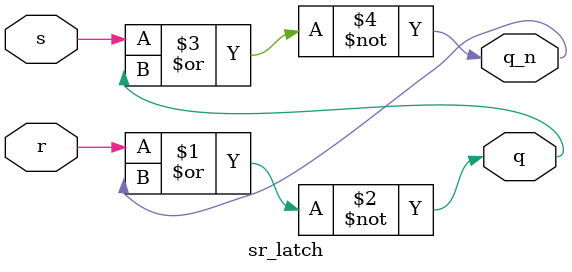
<source format=v>

module sr_latch
(
input s,
input r,
output q,
output q_n
);
assign q = ~ ( r | q_n ) ;
assign q_n = ~ ( s | q ) ;
endmodule
</source>
